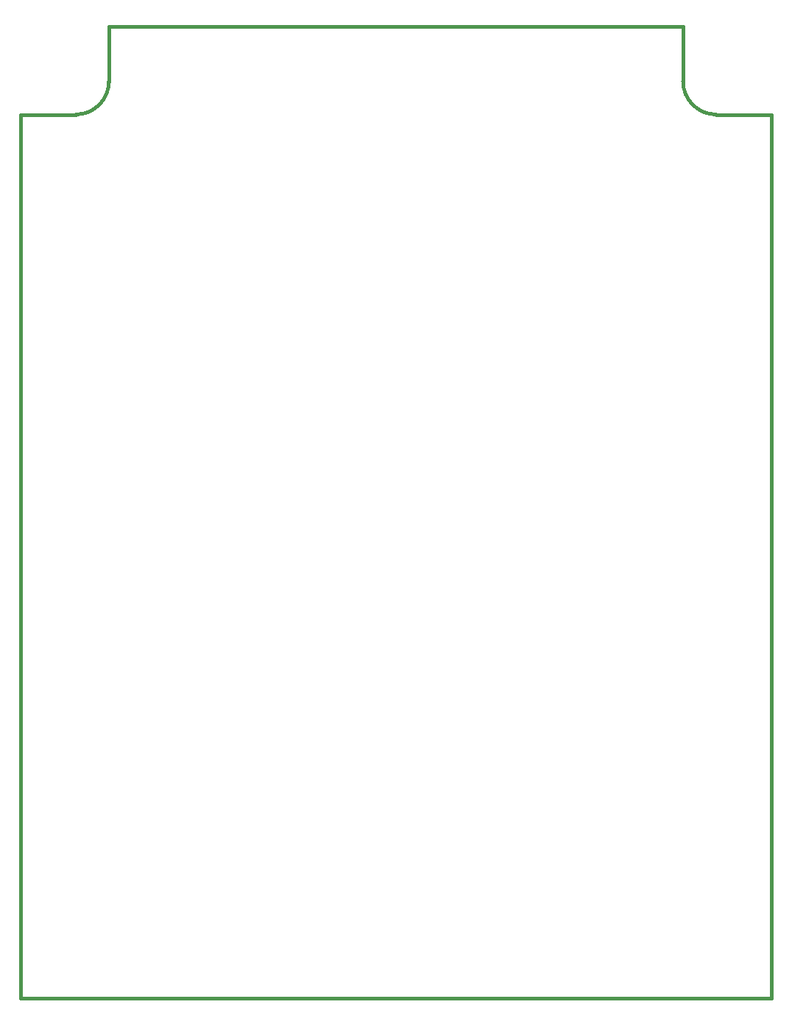
<source format=gbr>
G04 #@! TF.GenerationSoftware,KiCad,Pcbnew,5.1.12-84ad8e8a86~92~ubuntu20.04.1*
G04 #@! TF.CreationDate,2023-11-13T11:38:10+00:00*
G04 #@! TF.ProjectId,___-1.23.B-1,221a1f2d-312e-4323-932e-422d312e6b69,1B*
G04 #@! TF.SameCoordinates,Original*
G04 #@! TF.FileFunction,Profile,NP*
%FSLAX46Y46*%
G04 Gerber Fmt 4.6, Leading zero omitted, Abs format (unit mm)*
G04 Created by KiCad (PCBNEW 5.1.12-84ad8e8a86~92~ubuntu20.04.1) date 2023-11-13 11:38:10*
%MOMM*%
%LPD*%
G01*
G04 APERTURE LIST*
G04 #@! TA.AperFunction,Profile*
%ADD10C,0.400000*%
G04 #@! TD*
G04 APERTURE END LIST*
D10*
X142240000Y-102870000D02*
G75*
G02*
X138430000Y-99060000I0J3810000D01*
G01*
X72390000Y-99060000D02*
G75*
G02*
X68580000Y-102870000I-3810000J0D01*
G01*
X142240000Y-102870000D02*
X148590000Y-102870000D01*
X138430000Y-92710000D02*
X138430000Y-99060000D01*
X72390000Y-92710000D02*
X72390000Y-99060000D01*
X62230000Y-102870000D02*
X68580000Y-102870000D01*
X62230000Y-204470000D02*
X148590000Y-204470000D01*
X148590000Y-102870000D02*
X148590000Y-204470000D01*
X62230000Y-102870000D02*
X62230000Y-204470000D01*
X72390000Y-92710000D02*
X138430000Y-92710000D01*
M02*

</source>
